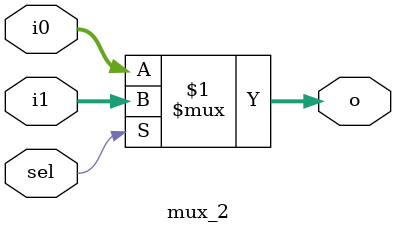
<source format=v>
`timescale 1ns / 1ps


module mux_2(
    input [31:0] i0,i1,
    input sel,
    output [31:0] o
    );
    
    assign o = sel ? i1:i0;
    
    
endmodule

</source>
